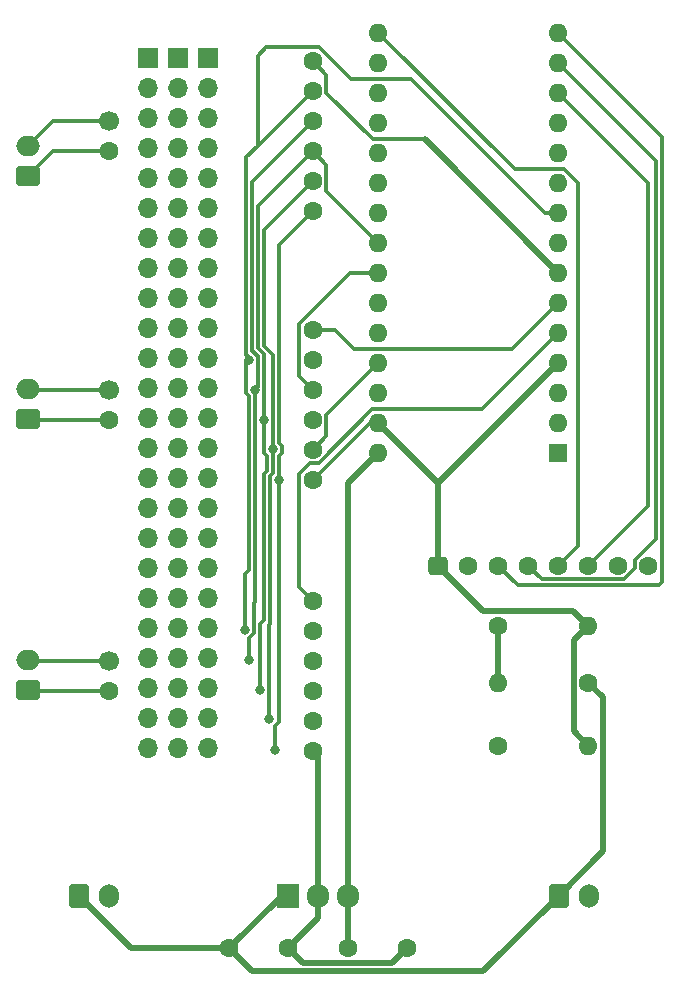
<source format=gbr>
%TF.GenerationSoftware,KiCad,Pcbnew,7.0.6*%
%TF.CreationDate,2023-07-22T19:38:55-06:00*%
%TF.ProjectId,Vib,5669622e-6b69-4636-9164-5f7063625858,3*%
%TF.SameCoordinates,Original*%
%TF.FileFunction,Copper,L1,Top*%
%TF.FilePolarity,Positive*%
%FSLAX46Y46*%
G04 Gerber Fmt 4.6, Leading zero omitted, Abs format (unit mm)*
G04 Created by KiCad (PCBNEW 7.0.6) date 2023-07-22 19:38:55*
%MOMM*%
%LPD*%
G01*
G04 APERTURE LIST*
G04 Aperture macros list*
%AMRoundRect*
0 Rectangle with rounded corners*
0 $1 Rounding radius*
0 $2 $3 $4 $5 $6 $7 $8 $9 X,Y pos of 4 corners*
0 Add a 4 corners polygon primitive as box body*
4,1,4,$2,$3,$4,$5,$6,$7,$8,$9,$2,$3,0*
0 Add four circle primitives for the rounded corners*
1,1,$1+$1,$2,$3*
1,1,$1+$1,$4,$5*
1,1,$1+$1,$6,$7*
1,1,$1+$1,$8,$9*
0 Add four rect primitives between the rounded corners*
20,1,$1+$1,$2,$3,$4,$5,0*
20,1,$1+$1,$4,$5,$6,$7,0*
20,1,$1+$1,$6,$7,$8,$9,0*
20,1,$1+$1,$8,$9,$2,$3,0*%
G04 Aperture macros list end*
%TA.AperFunction,ComponentPad*%
%ADD10O,1.700000X2.000000*%
%TD*%
%TA.AperFunction,ComponentPad*%
%ADD11RoundRect,0.250000X-0.600000X-0.750000X0.600000X-0.750000X0.600000X0.750000X-0.600000X0.750000X0*%
%TD*%
%TA.AperFunction,ComponentPad*%
%ADD12O,2.000000X1.700000*%
%TD*%
%TA.AperFunction,ComponentPad*%
%ADD13RoundRect,0.250000X0.750000X-0.600000X0.750000X0.600000X-0.750000X0.600000X-0.750000X-0.600000X0*%
%TD*%
%TA.AperFunction,ComponentPad*%
%ADD14R,1.700000X1.700000*%
%TD*%
%TA.AperFunction,ComponentPad*%
%ADD15O,1.700000X1.700000*%
%TD*%
%TA.AperFunction,ComponentPad*%
%ADD16C,1.600000*%
%TD*%
%TA.AperFunction,ComponentPad*%
%ADD17C,1.700000*%
%TD*%
%TA.AperFunction,ComponentPad*%
%ADD18O,1.600000X1.600000*%
%TD*%
%TA.AperFunction,ComponentPad*%
%ADD19R,1.600000X1.600000*%
%TD*%
%TA.AperFunction,ComponentPad*%
%ADD20O,1.905000X2.000000*%
%TD*%
%TA.AperFunction,ComponentPad*%
%ADD21R,1.905000X2.000000*%
%TD*%
%TA.AperFunction,ComponentPad*%
%ADD22RoundRect,0.400000X0.450000X-0.400000X0.450000X0.400000X-0.450000X0.400000X-0.450000X-0.400000X0*%
%TD*%
%TA.AperFunction,ViaPad*%
%ADD23C,0.800000*%
%TD*%
%TA.AperFunction,Conductor*%
%ADD24C,0.500000*%
%TD*%
%TA.AperFunction,Conductor*%
%ADD25C,0.300000*%
%TD*%
G04 APERTURE END LIST*
D10*
%TO.P,J4,2,Pin_2*%
%TO.N,GND*%
X91480000Y-116840000D03*
D11*
%TO.P,J4,1,Pin_1*%
%TO.N,/v_BAT*%
X88940000Y-116840000D03*
%TD*%
D10*
%TO.P,LED Connector,2,Pin_2*%
%TO.N,Net-(LED_Connector1-Pin_2)*%
X50840000Y-116840000D03*
D11*
%TO.P,LED Connector,1,Pin_1*%
%TO.N,/v_BAT*%
X48300000Y-116840000D03*
%TD*%
D12*
%TO.P,J1,2,Pin_2*%
%TO.N,Net-(J1-Pin_2)*%
X44009513Y-96920804D03*
D13*
%TO.P,J1,1,Pin_1*%
%TO.N,Net-(J1-Pin_1)*%
X44009513Y-99460804D03*
%TD*%
D12*
%TO.P,J2,2,Pin_2*%
%TO.N,Net-(J2-Pin_2)*%
X44009513Y-73972611D03*
D13*
%TO.P,J2,1,Pin_1*%
%TO.N,Net-(J2-Pin_1)*%
X44009513Y-76512611D03*
%TD*%
D12*
%TO.P,J3,2,Pin_2*%
%TO.N,Net-(J3-Pin_2)*%
X44009513Y-53340000D03*
D13*
%TO.P,J3,1,Pin_1*%
%TO.N,Net-(J3-Pin_1)*%
X44009513Y-55880000D03*
%TD*%
D14*
%TO.P,REF\u002A\u002A,1*%
%TO.N,N/C*%
X56705780Y-45893906D03*
D15*
%TO.P,REF\u002A\u002A,2*%
X56705780Y-48433906D03*
%TO.P,REF\u002A\u002A,3*%
X56705780Y-50973906D03*
%TO.P,REF\u002A\u002A,4*%
X56705780Y-53513906D03*
%TO.P,REF\u002A\u002A,5*%
X56705780Y-56053906D03*
%TO.P,REF\u002A\u002A,6*%
X56705780Y-58593906D03*
%TO.P,REF\u002A\u002A,7*%
X56705780Y-61133906D03*
%TO.P,REF\u002A\u002A,8*%
X56705780Y-63673906D03*
%TO.P,REF\u002A\u002A,9*%
X56705780Y-66213906D03*
%TO.P,REF\u002A\u002A,10*%
X56705780Y-68753906D03*
%TO.P,REF\u002A\u002A,11*%
X56705780Y-71293906D03*
%TO.P,REF\u002A\u002A,12*%
X56705780Y-73833906D03*
%TO.P,REF\u002A\u002A,13*%
X56705780Y-76373906D03*
%TO.P,REF\u002A\u002A,14*%
X56705780Y-78913906D03*
%TO.P,REF\u002A\u002A,15*%
X56705780Y-81453906D03*
%TO.P,REF\u002A\u002A,16*%
X56705780Y-83993906D03*
%TO.P,REF\u002A\u002A,17*%
X56705780Y-86533906D03*
%TO.P,REF\u002A\u002A,18*%
X56705780Y-89073906D03*
%TO.P,REF\u002A\u002A,19*%
X56705780Y-91613906D03*
%TO.P,REF\u002A\u002A,20*%
X56705780Y-94153906D03*
%TO.P,REF\u002A\u002A,21*%
X56705780Y-96693906D03*
%TO.P,REF\u002A\u002A,22*%
X56705780Y-99233906D03*
%TO.P,REF\u002A\u002A,23*%
X56705780Y-101773906D03*
%TO.P,REF\u002A\u002A,24*%
X56705780Y-104313906D03*
%TD*%
%TO.P,REF\u002A\u002A,24*%
%TO.N,N/C*%
X54165780Y-104313906D03*
%TO.P,REF\u002A\u002A,23*%
X54165780Y-101773906D03*
%TO.P,REF\u002A\u002A,22*%
X54165780Y-99233906D03*
%TO.P,REF\u002A\u002A,21*%
X54165780Y-96693906D03*
%TO.P,REF\u002A\u002A,20*%
X54165780Y-94153906D03*
%TO.P,REF\u002A\u002A,19*%
X54165780Y-91613906D03*
%TO.P,REF\u002A\u002A,18*%
X54165780Y-89073906D03*
%TO.P,REF\u002A\u002A,17*%
X54165780Y-86533906D03*
%TO.P,REF\u002A\u002A,16*%
X54165780Y-83993906D03*
%TO.P,REF\u002A\u002A,15*%
X54165780Y-81453906D03*
%TO.P,REF\u002A\u002A,14*%
X54165780Y-78913906D03*
%TO.P,REF\u002A\u002A,13*%
X54165780Y-76373906D03*
%TO.P,REF\u002A\u002A,12*%
X54165780Y-73833906D03*
%TO.P,REF\u002A\u002A,11*%
X54165780Y-71293906D03*
%TO.P,REF\u002A\u002A,10*%
X54165780Y-68753906D03*
%TO.P,REF\u002A\u002A,9*%
X54165780Y-66213906D03*
%TO.P,REF\u002A\u002A,8*%
X54165780Y-63673906D03*
%TO.P,REF\u002A\u002A,7*%
X54165780Y-61133906D03*
%TO.P,REF\u002A\u002A,6*%
X54165780Y-58593906D03*
%TO.P,REF\u002A\u002A,5*%
X54165780Y-56053906D03*
%TO.P,REF\u002A\u002A,4*%
X54165780Y-53513906D03*
%TO.P,REF\u002A\u002A,3*%
X54165780Y-50973906D03*
%TO.P,REF\u002A\u002A,2*%
X54165780Y-48433906D03*
D14*
%TO.P,REF\u002A\u002A,1*%
X54165780Y-45893906D03*
%TD*%
%TO.P,REF\u002A\u002A,1*%
%TO.N,N/C*%
X59245780Y-45893906D03*
D15*
%TO.P,REF\u002A\u002A,2*%
X59245780Y-48433906D03*
%TO.P,REF\u002A\u002A,3*%
X59245780Y-50973906D03*
%TO.P,REF\u002A\u002A,4*%
X59245780Y-53513906D03*
%TO.P,REF\u002A\u002A,5*%
X59245780Y-56053906D03*
%TO.P,REF\u002A\u002A,6*%
X59245780Y-58593906D03*
%TO.P,REF\u002A\u002A,7*%
X59245780Y-61133906D03*
%TO.P,REF\u002A\u002A,8*%
X59245780Y-63673906D03*
%TO.P,REF\u002A\u002A,9*%
X59245780Y-66213906D03*
%TO.P,REF\u002A\u002A,10*%
X59245780Y-68753906D03*
%TO.P,REF\u002A\u002A,11*%
X59245780Y-71293906D03*
%TO.P,REF\u002A\u002A,12*%
X59245780Y-73833906D03*
%TO.P,REF\u002A\u002A,13*%
X59245780Y-76373906D03*
%TO.P,REF\u002A\u002A,14*%
X59245780Y-78913906D03*
%TO.P,REF\u002A\u002A,15*%
X59245780Y-81453906D03*
%TO.P,REF\u002A\u002A,16*%
X59245780Y-83993906D03*
%TO.P,REF\u002A\u002A,17*%
X59245780Y-86533906D03*
%TO.P,REF\u002A\u002A,18*%
X59245780Y-89073906D03*
%TO.P,REF\u002A\u002A,19*%
X59245780Y-91613906D03*
%TO.P,REF\u002A\u002A,20*%
X59245780Y-94153906D03*
%TO.P,REF\u002A\u002A,21*%
X59245780Y-96693906D03*
%TO.P,REF\u002A\u002A,22*%
X59245780Y-99233906D03*
%TO.P,REF\u002A\u002A,23*%
X59245780Y-101773906D03*
%TO.P,REF\u002A\u002A,24*%
X59245780Y-104313906D03*
%TD*%
D16*
%TO.P,C1,2*%
%TO.N,GND*%
X66040000Y-121295000D03*
%TO.P,C1,1*%
%TO.N,/v_BAT*%
X61040000Y-121295000D03*
%TD*%
D17*
%TO.P,U3,8,O+*%
%TO.N,Net-(J3-Pin_2)*%
X50875934Y-51247611D03*
D16*
%TO.P,U3,7,O-*%
%TO.N,Net-(J3-Pin_1)*%
X50875934Y-53787611D03*
%TO.P,U3,6,EN*%
%TO.N,/D4_EN4*%
X68130128Y-46169872D03*
%TO.P,U3,5,IN*%
%TO.N,/D6_IN*%
X68130128Y-48709872D03*
%TO.P,U3,4,SCL*%
%TO.N,/A5_SCL*%
X68130128Y-51249872D03*
%TO.P,U3,3,SDA*%
%TO.N,/A4_SDA*%
X68130128Y-53789872D03*
%TO.P,U3,2,VCC*%
%TO.N,+5V*%
X68130128Y-56329872D03*
%TO.P,U3,1,GND*%
%TO.N,GND*%
X68130128Y-58869872D03*
%TD*%
D18*
%TO.P,A1,30,VIN*%
%TO.N,/VIN_5v*%
X73660000Y-79370000D03*
%TO.P,A1,29,GND*%
%TO.N,GND*%
X73660000Y-76830000D03*
%TO.P,A1,28,~{RESET}*%
%TO.N,unconnected-(A1-~{RESET}-Pad28)*%
X73660000Y-74290000D03*
%TO.P,A1,27,+5V*%
%TO.N,+5V*%
X73660000Y-71750000D03*
%TO.P,A1,26,A7*%
%TO.N,unconnected-(A1-A7-Pad26)*%
X73660000Y-69210000D03*
%TO.P,A1,25,A6*%
%TO.N,unconnected-(A1-A6-Pad25)*%
X73660000Y-66670000D03*
%TO.P,A1,24,A5*%
%TO.N,/A5_SCL*%
X73660000Y-64130000D03*
%TO.P,A1,23,A4*%
%TO.N,/A4_SDA*%
X73660000Y-61590000D03*
%TO.P,A1,22,A3*%
%TO.N,unconnected-(A1-A3-Pad22)*%
X73660000Y-59050000D03*
%TO.P,A1,21,A2*%
%TO.N,unconnected-(A1-A2-Pad21)*%
X73660000Y-56510000D03*
%TO.P,A1,20,A1*%
%TO.N,unconnected-(A1-A1-Pad20)*%
X73660000Y-53970000D03*
%TO.P,A1,19,A0*%
%TO.N,/A0_VBat*%
X73660000Y-51430000D03*
%TO.P,A1,18,AREF*%
%TO.N,unconnected-(A1-AREF-Pad18)*%
X73660000Y-48890000D03*
%TO.P,A1,17,3V3*%
%TO.N,unconnected-(A1-3V3-Pad17)*%
X73660000Y-46350000D03*
%TO.P,A1,16,D13*%
%TO.N,/D13_SCK*%
X73660000Y-43810000D03*
%TO.P,A1,15,D12*%
%TO.N,/D12_MISO*%
X88900000Y-43810000D03*
%TO.P,A1,14,D11*%
%TO.N,/D11_MOSI*%
X88900000Y-46350000D03*
%TO.P,A1,13,D10*%
%TO.N,/D10_CSN*%
X88900000Y-48890000D03*
%TO.P,A1,12,D9*%
%TO.N,/D9_CE*%
X88900000Y-51430000D03*
%TO.P,A1,11,D8*%
%TO.N,/D8_IRQ*%
X88900000Y-53970000D03*
%TO.P,A1,10,D7*%
%TO.N,unconnected-(A1-D7-Pad10)*%
X88900000Y-56510000D03*
%TO.P,A1,9,D6*%
%TO.N,/D6_IN*%
X88900000Y-59050000D03*
%TO.P,A1,8,D5*%
%TO.N,unconnected-(A1-D5-Pad8)*%
X88900000Y-61590000D03*
%TO.P,A1,7,D4*%
%TO.N,/D4_EN4*%
X88900000Y-64130000D03*
%TO.P,A1,6,D3*%
%TO.N,/D3_EN3*%
X88900000Y-66670000D03*
%TO.P,A1,5,D2*%
%TO.N,/D2_EN2*%
X88900000Y-69210000D03*
%TO.P,A1,4,GND*%
%TO.N,GND*%
X88900000Y-71750000D03*
%TO.P,A1,3,~{RESET}*%
%TO.N,unconnected-(A1-~{RESET}-Pad3)*%
X88900000Y-74290000D03*
%TO.P,A1,2,D0/RX*%
%TO.N,unconnected-(A1-D0{slash}RX-Pad2)*%
X88900000Y-76830000D03*
D19*
%TO.P,A1,1,D1/TX*%
%TO.N,unconnected-(A1-D1{slash}TX-Pad1)*%
X88900000Y-79370000D03*
%TD*%
D16*
%TO.P,C2,2*%
%TO.N,GND*%
X76120000Y-121295000D03*
%TO.P,C2,1*%
%TO.N,/VIN_5v*%
X71120000Y-121295000D03*
%TD*%
D18*
%TO.P,R3,2*%
%TO.N,GND*%
X91455881Y-104140000D03*
D16*
%TO.P,R3,1*%
%TO.N,Net-(LED_Connector1-Pin_2)*%
X83835881Y-104140000D03*
%TD*%
D18*
%TO.P,R2,2*%
%TO.N,GND*%
X91440000Y-93980000D03*
D16*
%TO.P,R2,1*%
%TO.N,/A0_VBat*%
X83820000Y-93980000D03*
%TD*%
D20*
%TO.P,U5,3,VO*%
%TO.N,/VIN_5v*%
X71120000Y-116840000D03*
%TO.P,U5,2,GND*%
%TO.N,GND*%
X68580000Y-116840000D03*
D21*
%TO.P,U5,1,VI*%
%TO.N,/v_BAT*%
X66040000Y-116840000D03*
%TD*%
D18*
%TO.P,R1,2*%
%TO.N,/A0_VBat*%
X83835881Y-98813340D03*
D16*
%TO.P,R1,1*%
%TO.N,/v_BAT*%
X91455881Y-98813340D03*
%TD*%
D17*
%TO.P,U1,8,O+*%
%TO.N,Net-(J1-Pin_2)*%
X50903531Y-96960804D03*
D16*
%TO.P,U1,7,O-*%
%TO.N,Net-(J1-Pin_1)*%
X50903531Y-99500804D03*
%TO.P,U1,6,EN*%
%TO.N,/D2_EN2*%
X68157725Y-91883065D03*
%TO.P,U1,5,IN*%
%TO.N,/D6_IN*%
X68157725Y-94423065D03*
%TO.P,U1,4,SCL*%
%TO.N,/A5_SCL*%
X68157725Y-96963065D03*
%TO.P,U1,3,SDA*%
%TO.N,/A4_SDA*%
X68157725Y-99503065D03*
%TO.P,U1,2,VCC*%
%TO.N,+5V*%
X68157725Y-102043065D03*
%TO.P,U1,1,GND*%
%TO.N,GND*%
X68157725Y-104583065D03*
%TD*%
%TO.P,U4,8,VCC*%
%TO.N,+5V*%
X96520000Y-88900000D03*
%TO.P,U4,7,CE*%
%TO.N,/D9_CE*%
X93980000Y-88900000D03*
%TO.P,U4,6,CSN*%
%TO.N,/D10_CSN*%
X91440000Y-88900000D03*
%TO.P,U4,5,SCK*%
%TO.N,/D13_SCK*%
X88900000Y-88900000D03*
%TO.P,U4,4,MOSI*%
%TO.N,/D11_MOSI*%
X86360000Y-88900000D03*
%TO.P,U4,3,MISO*%
%TO.N,/D12_MISO*%
X83820000Y-88900000D03*
%TO.P,U4,2,IRQ*%
%TO.N,/D8_IRQ*%
X81280000Y-88900000D03*
D22*
%TO.P,U4,1,GND*%
%TO.N,GND*%
X78740000Y-88900000D03*
%TD*%
D17*
%TO.P,U2,8,O+*%
%TO.N,Net-(J2-Pin_2)*%
X50875934Y-74012611D03*
D16*
%TO.P,U2,7,O-*%
%TO.N,Net-(J2-Pin_1)*%
X50875934Y-76552611D03*
%TO.P,U2,6,EN*%
%TO.N,/D3_EN3*%
X68130128Y-68934872D03*
%TO.P,U2,5,IN*%
%TO.N,/D6_IN*%
X68130128Y-71474872D03*
%TO.P,U2,4,SCL*%
%TO.N,/A5_SCL*%
X68130128Y-74014872D03*
%TO.P,U2,3,SDA*%
%TO.N,/A4_SDA*%
X68130128Y-76554872D03*
%TO.P,U2,2,VCC*%
%TO.N,+5V*%
X68130128Y-79094872D03*
%TO.P,U2,1,GND*%
%TO.N,GND*%
X68130128Y-81634872D03*
%TD*%
D23*
%TO.N,GND*%
X64918862Y-104481258D03*
X65254495Y-81628065D03*
%TO.N,/D6_IN*%
X62714495Y-71468065D03*
X62378862Y-94321258D03*
%TO.N,/A4_SDA*%
X63983187Y-76545450D03*
X63647554Y-99398643D03*
%TO.N,/A5_SCL*%
X62714495Y-96868065D03*
X63250000Y-73991997D03*
%TO.N,+5V*%
X64421101Y-101914352D03*
X64756734Y-79061159D03*
%TD*%
D24*
%TO.N,/v_BAT*%
X62990000Y-123245000D02*
X61040000Y-121295000D01*
X82535000Y-123245000D02*
X62990000Y-123245000D01*
X88940000Y-116840000D02*
X82535000Y-123245000D01*
%TO.N,/VIN_5v*%
X71120000Y-116840000D02*
X71120000Y-81910000D01*
X71120000Y-81910000D02*
X73660000Y-79370000D01*
%TO.N,/v_BAT*%
X52755000Y-121295000D02*
X48300000Y-116840000D01*
X61040000Y-121295000D02*
X52755000Y-121295000D01*
X65495000Y-116840000D02*
X61040000Y-121295000D01*
X66040000Y-116840000D02*
X65495000Y-116840000D01*
%TO.N,GND*%
X68580000Y-116840000D02*
X68580000Y-118755000D01*
%TO.N,/VIN_5v*%
X71120000Y-121295000D02*
X71120000Y-116840000D01*
D25*
%TO.N,Net-(J3-Pin_2)*%
X46101902Y-51247611D02*
X50875934Y-51247611D01*
X44009513Y-53340000D02*
X46101902Y-51247611D01*
%TO.N,Net-(J3-Pin_1)*%
X46101902Y-53787611D02*
X44009513Y-55880000D01*
X50875934Y-53787611D02*
X46101902Y-53787611D01*
%TO.N,GND*%
X72935000Y-76830000D02*
X73660000Y-76830000D01*
D24*
X78740000Y-88900000D02*
X78740000Y-81910000D01*
D25*
X68130128Y-58869872D02*
X65254495Y-61745505D01*
D24*
X91440000Y-93980000D02*
X90190000Y-92730000D01*
X90190000Y-92730000D02*
X82570000Y-92730000D01*
D25*
X64918862Y-102477252D02*
X65254495Y-102141619D01*
D24*
X78740000Y-81910000D02*
X88900000Y-71750000D01*
D25*
X65256734Y-70828324D02*
X65256734Y-78500498D01*
X64918862Y-104481258D02*
X64918862Y-102477252D01*
X65256734Y-78500498D02*
X65506734Y-78750498D01*
D24*
X67290000Y-122545000D02*
X66040000Y-121295000D01*
X90205881Y-102890000D02*
X90205881Y-95214119D01*
X74870000Y-122545000D02*
X67290000Y-122545000D01*
D25*
X65254495Y-70826085D02*
X65256734Y-70828324D01*
X65506734Y-78750498D02*
X65506734Y-79371820D01*
X65506734Y-79371820D02*
X65254495Y-79624059D01*
D24*
X76120000Y-121295000D02*
X74870000Y-122545000D01*
D25*
X65254495Y-79624059D02*
X65254495Y-81628065D01*
X65254495Y-102141619D02*
X65254495Y-81628065D01*
X65254495Y-61745505D02*
X65254495Y-70826085D01*
D24*
X82570000Y-92730000D02*
X78740000Y-88900000D01*
X78740000Y-81910000D02*
X73660000Y-76830000D01*
X66040000Y-121295000D02*
X68580000Y-118755000D01*
X90205881Y-95214119D02*
X91440000Y-93980000D01*
X91455881Y-104140000D02*
X90205881Y-102890000D01*
X68580000Y-116840000D02*
X68580000Y-105005340D01*
D25*
X68130128Y-81634872D02*
X72935000Y-76830000D01*
D24*
X68580000Y-105005340D02*
X68157725Y-104583065D01*
D25*
%TO.N,/D2_EN2*%
X68606474Y-80244872D02*
X67893782Y-80244872D01*
X66980128Y-81158526D02*
X66980128Y-90705468D01*
X73171346Y-75680000D02*
X68606474Y-80244872D01*
X82430000Y-75680000D02*
X73171346Y-75680000D01*
X67893782Y-80244872D02*
X66980128Y-81158526D01*
X88900000Y-69210000D02*
X82430000Y-75680000D01*
X66980128Y-90705468D02*
X68157725Y-91883065D01*
%TO.N,/D3_EN3*%
X68130128Y-68934872D02*
X69974872Y-68934872D01*
X69974872Y-68934872D02*
X71640000Y-70600000D01*
X71640000Y-70600000D02*
X84970000Y-70600000D01*
X84970000Y-70600000D02*
X88900000Y-66670000D01*
%TO.N,/D4_EN4*%
X69280128Y-48916474D02*
X73183654Y-52820000D01*
X68130128Y-46169872D02*
X69280128Y-47319872D01*
D24*
X88900000Y-64130000D02*
X77590000Y-52820000D01*
D25*
X69280128Y-47319872D02*
X69280128Y-48916474D01*
X73183654Y-52820000D02*
X77590000Y-52820000D01*
%TO.N,/D6_IN*%
X62714495Y-71468065D02*
X62500000Y-71682560D01*
X71326602Y-47740000D02*
X68606474Y-45019872D01*
X87768630Y-59050000D02*
X76458630Y-47740000D01*
X62500000Y-74302658D02*
X62714495Y-74517153D01*
X62714495Y-74517153D02*
X62714495Y-89248065D01*
X68606474Y-45019872D02*
X64200128Y-45019872D01*
X62500000Y-71682560D02*
X62500000Y-74302658D01*
X63500000Y-53340000D02*
X62500000Y-54340000D01*
X62714495Y-89248065D02*
X62378862Y-89583698D01*
X62378862Y-89583698D02*
X62378862Y-94321258D01*
X62500000Y-54340000D02*
X62500000Y-71039075D01*
X68130128Y-48709872D02*
X63500000Y-53340000D01*
X62500000Y-71039075D02*
X62714495Y-71253570D01*
X62714495Y-71253570D02*
X62714495Y-71468065D01*
X76458630Y-47740000D02*
X71326602Y-47740000D01*
X64200128Y-45019872D02*
X63500000Y-45720000D01*
X63500000Y-45720000D02*
X63500000Y-53340000D01*
X88900000Y-59050000D02*
X87768630Y-59050000D01*
%TO.N,/D10_CSN*%
X91440000Y-88900000D02*
X96520000Y-83820000D01*
X96520000Y-83820000D02*
X96520000Y-56510000D01*
X96520000Y-56510000D02*
X88900000Y-48890000D01*
%TO.N,/D11_MOSI*%
X87510000Y-90050000D02*
X94456346Y-90050000D01*
X94456346Y-90050000D02*
X95370000Y-89136346D01*
X95370000Y-89136346D02*
X95370000Y-88423654D01*
X95370000Y-88423654D02*
X97170000Y-86623654D01*
X86360000Y-88900000D02*
X87510000Y-90050000D01*
X97170000Y-86623654D02*
X97170000Y-54620000D01*
X97170000Y-54620000D02*
X88900000Y-46350000D01*
%TO.N,/D12_MISO*%
X97410000Y-90550000D02*
X85470000Y-90550000D01*
X85470000Y-90550000D02*
X83820000Y-88900000D01*
X88900000Y-43810000D02*
X97670000Y-52580000D01*
X97670000Y-52580000D02*
X97670000Y-90290000D01*
X97670000Y-90290000D02*
X97410000Y-90550000D01*
%TO.N,/D13_SCK*%
X85210000Y-55360000D02*
X73660000Y-43810000D01*
X88900000Y-88900000D02*
X90550000Y-87250000D01*
X90550000Y-87250000D02*
X90550000Y-56533654D01*
X89376346Y-55360000D02*
X85210000Y-55360000D01*
X90550000Y-56533654D02*
X89376346Y-55360000D01*
D24*
%TO.N,/v_BAT*%
X92705881Y-113074119D02*
X92705881Y-100063340D01*
X92705881Y-100063340D02*
X91455881Y-98813340D01*
X88940000Y-116840000D02*
X92705881Y-113074119D01*
D25*
%TO.N,/A4_SDA*%
X63500000Y-70485803D02*
X64000000Y-70985803D01*
X63664367Y-93838996D02*
X64004495Y-93498868D01*
X64006734Y-79371820D02*
X64006734Y-76568997D01*
X69280128Y-57210128D02*
X73660000Y-61590000D01*
X69280128Y-54939872D02*
X69280128Y-57210128D01*
X68130128Y-53789872D02*
X63500000Y-58420000D01*
X64000000Y-70985803D02*
X64000000Y-76528637D01*
X64000000Y-76528637D02*
X63983187Y-76545450D01*
X64254495Y-80860297D02*
X64254495Y-79619581D01*
X64004495Y-81110297D02*
X64254495Y-80860297D01*
X64254495Y-79619581D02*
X64006734Y-79371820D01*
X64006734Y-76568997D02*
X63983187Y-76545450D01*
X63664367Y-99381830D02*
X63664367Y-93838996D01*
X64004495Y-93498868D02*
X64004495Y-81110297D01*
X68130128Y-53789872D02*
X69280128Y-54939872D01*
X63500000Y-58420000D02*
X63500000Y-70485803D01*
%TO.N,/A5_SCL*%
X68130128Y-51249872D02*
X63000000Y-56380000D01*
X62714495Y-95046286D02*
X63128862Y-94631919D01*
X63000000Y-56380000D02*
X63000000Y-70692909D01*
X71308654Y-64130000D02*
X73660000Y-64130000D01*
X63000000Y-70692909D02*
X63464495Y-71157404D01*
X63233187Y-74008810D02*
X63250000Y-73991997D01*
X63128862Y-94631919D02*
X63128862Y-92080805D01*
X63464495Y-71157404D02*
X63464495Y-73777502D01*
X63233187Y-91976480D02*
X63233187Y-74008810D01*
X66980128Y-72864872D02*
X66980128Y-68458526D01*
X62714495Y-96868065D02*
X62714495Y-95046286D01*
X63128862Y-92080805D02*
X63233187Y-91976480D01*
X66980128Y-68458526D02*
X71308654Y-64130000D01*
X68130128Y-74014872D02*
X66980128Y-72864872D01*
X63464495Y-73777502D02*
X63250000Y-73991997D01*
%TO.N,+5V*%
X64756734Y-71035431D02*
X64756734Y-79061159D01*
X64421101Y-101914352D02*
X64421101Y-93888624D01*
X64754495Y-79063398D02*
X64756734Y-79061159D01*
X64754495Y-81067404D02*
X64754495Y-79063398D01*
X64000000Y-60460000D02*
X64000000Y-70278697D01*
X69280128Y-77944872D02*
X68130128Y-79094872D01*
X73660000Y-71750000D02*
X69280128Y-76129872D01*
X64504495Y-81317404D02*
X64754495Y-81067404D01*
X64421101Y-93888624D02*
X64504495Y-93805230D01*
X64504495Y-93805230D02*
X64504495Y-81317404D01*
X64000000Y-70278697D02*
X64756734Y-71035431D01*
X68130128Y-56329872D02*
X64000000Y-60460000D01*
X69280128Y-76129872D02*
X69280128Y-77944872D01*
%TO.N,Net-(J1-Pin_1)*%
X44009513Y-99460804D02*
X44049513Y-99500804D01*
X44049513Y-99500804D02*
X50903531Y-99500804D01*
%TO.N,Net-(J1-Pin_2)*%
X50903531Y-96960804D02*
X44009513Y-96960804D01*
%TO.N,Net-(J2-Pin_1)*%
X50875934Y-76552611D02*
X44049513Y-76552611D01*
X44049513Y-76552611D02*
X44009513Y-76512611D01*
%TO.N,Net-(J2-Pin_2)*%
X44009513Y-74012611D02*
X50875934Y-74012611D01*
D24*
%TO.N,/A0_VBat*%
X83820000Y-98797459D02*
X83835881Y-98813340D01*
X83820000Y-93980000D02*
X83820000Y-98797459D01*
%TD*%
M02*

</source>
